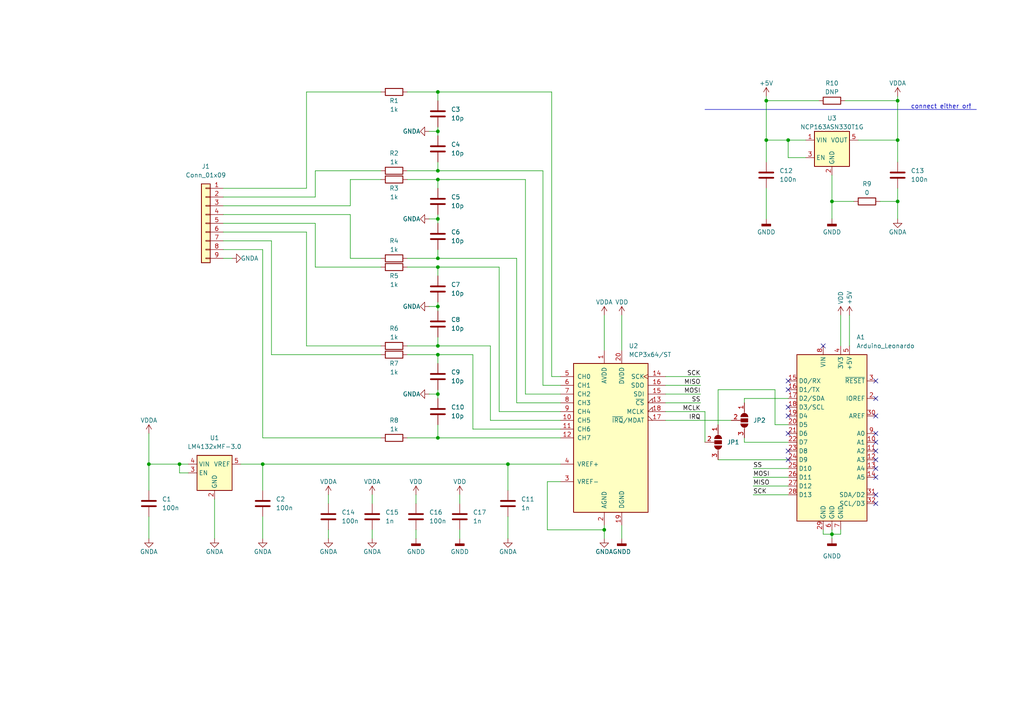
<source format=kicad_sch>
(kicad_sch (version 20230121) (generator eeschema)
  (paper "A4")
  (title_block (title "Arduino MCP3x6x Breakout ") (date "2022-12-29") (rev "0.1") (company "Stefan Herold") (comment 1 "https://github.com/nerdyscout/Arduino_MCP3x6x_Library/pcb/Arduino") (comment 2 "UNO") (comment 4 "CERN-OHL-S-2.0"))
  (lib_symbols
    (symbol "Connector_Generic:Conn_01x09" (pin_names (offset 1.016) hide)
      (property "Reference" "J" (at 0 12.7 0))
      (property "Value" "Conn_01x09" (at 0 -12.7 0))
      (symbol "Conn_01x09_1_1"
        (rectangle (start -1.27 -10.033) (end 0 -10.287) (stroke (width 0.1524)))
        (rectangle (start -1.27 -7.493) (end 0 -7.747) (stroke (width 0.1524)))
        (rectangle (start -1.27 -4.953) (end 0 -5.207) (stroke (width 0.1524)))
        (rectangle (start -1.27 -2.413) (end 0 -2.667) (stroke (width 0.1524)))
        (rectangle (start -1.27 0.127) (end 0 -0.127) (stroke (width 0.1524)))
        (rectangle (start -1.27 2.667) (end 0 2.413) (stroke (width 0.1524)))
        (rectangle (start -1.27 5.207) (end 0 4.953) (stroke (width 0.1524)))
        (rectangle (start -1.27 7.747) (end 0 7.493) (stroke (width 0.1524)))
        (rectangle (start -1.27 10.287) (end 0 10.033) (stroke (width 0.1524)))
        (rectangle (start -1.27 11.43) (end 1.27 -11.43) (stroke (width 0.254)) (fill (type background)))
        (pin passive line (at -5.08 10.16 0) (length 3.81) (name "Pin_1") (number "1"))
        (pin passive line (at -5.08 7.62 0) (length 3.81) (name "Pin_2") (number "2"))
        (pin passive line (at -5.08 5.08 0) (length 3.81) (name "Pin_3") (number "3"))
        (pin passive line (at -5.08 2.54 0) (length 3.81) (name "Pin_4") (number "4"))
        (pin passive line (at -5.08 0 0) (length 3.81) (name "Pin_5") (number "5"))
        (pin passive line (at -5.08 -2.54 0) (length 3.81) (name "Pin_6") (number "6"))
        (pin passive line (at -5.08 -5.08 0) (length 3.81) (name "Pin_7") (number "7"))
        (pin passive line (at -5.08 -7.62 0) (length 3.81) (name "Pin_8") (number "8"))
        (pin passive line (at -5.08 -10.16 0) (length 3.81) (name "Pin_9") (number "9"))
      )
    )
    (symbol "Device:C" (pin_numbers hide) (pin_names (offset 0.254))
      (property "Reference" "C" (at 0.635 2.54 0))
      (property "Value" "C" (at 0.635 -2.54 0))
      (symbol "C_0_1"
        (polyline (pts (xy -2.032 -0.762) (xy 2.032 -0.762)) (stroke (width 0.508)))
        (polyline (pts (xy -2.032 0.762) (xy 2.032 0.762)) (stroke (width 0.508)))
      )
      (symbol "C_1_1"
        (pin passive line (at 0 3.81 270) (length 2.794) (name "~") (number "1"))
        (pin passive line (at 0 -3.81 90) (length 2.794) (name "~") (number "2"))
      )
    )
    (symbol "Device:R" (pin_numbers hide) (pin_names (offset 0))
      (property "Reference" "R" (at 2.032 0 90))
      (property "Value" "R" (at 0 0 90))
      (symbol "R_0_1"
        (rectangle (start -1.016 -2.54) (end 1.016 2.54) (stroke (width 0.254)))
      )
      (symbol "R_1_1"
        (pin passive line (at 0 3.81 270) (length 1.27) (name "~") (number "1"))
        (pin passive line (at 0 -3.81 90) (length 1.27) (name "~") (number "2"))
      )
    )
    (symbol "GNDD_1" (power) (pin_names (offset 0))
      (property "Value" "GNDD_1" (at 0 -3.175 0))
      (symbol "GNDD_1_0_1"
        (rectangle (start -1.27 -1.524) (end 1.27 -2.032) (stroke (width 0.254)) (fill (type outline)))
        (polyline (pts (xy 0 0) (xy 0 -1.524)))
      )
      (symbol "GNDD_1_1_1"
        (pin power_in line (at 0 0 270) (length 0) hide (name "GNDD") (number "1"))
      )
    )
    (symbol "Jumper:SolderJumper_3_Open" (pin_names (offset 0) hide)
      (property "Reference" "JP" (at -2.54 -2.54 0))
      (property "Value" "SolderJumper_3_Open" (at 0 2.794 0))
      (symbol "SolderJumper_3_Open_0_1"
        (arc (start -1.016 1.016) (mid -2.0276 0) (end -1.016 -1.016))
        (arc (start -1.016 1.016) (mid -2.0276 0) (end -1.016 -1.016) (fill (type outline)))
        (rectangle (start -0.508 1.016) (end 0.508 -1.016) (fill (type outline)))
        (polyline (pts (xy -2.54 0) (xy -2.032 0)))
        (polyline (pts (xy -1.016 1.016) (xy -1.016 -1.016)))
        (polyline (pts (xy 0 -1.27) (xy 0 -1.016)))
        (polyline (pts (xy 1.016 1.016) (xy 1.016 -1.016)))
        (polyline (pts (xy 2.54 0) (xy 2.032 0)))
        (arc (start 1.016 -1.016) (mid 2.0276 0) (end 1.016 1.016))
        (arc (start 1.016 -1.016) (mid 2.0276 0) (end 1.016 1.016) (fill (type outline)))
      )
      (symbol "SolderJumper_3_Open_1_1"
        (pin passive line (at -5.08 0 0) (length 2.54) (name "A") (number "1"))
        (pin passive line (at 0 -3.81 90) (length 2.54) (name "C") (number "2"))
        (pin passive line (at 5.08 0 180) (length 2.54) (name "B") (number "3"))
      )
    )
    (symbol "MCP3x6x:MCP3x64{slash}ST" (pin_names (offset 1.016))
      (property "Reference" "U" (at -11.43 22.86 0))
      (property "Value" "MCP3x64{slash}ST" (at 2.54 22.86 0))
      (symbol "MCP3x64{slash}ST_0_1"
        (rectangle (start -11.43 21.59) (end 10.16 -21.59) (stroke (width 0.254)) (fill (type background)))
      )
      (symbol "MCP3x64{slash}ST_1_1"
        (pin power_in line (at -2.54 25.4 270) (length 3.81) (name "AVDD") (number "1"))
        (pin input line (at -15.24 5.08 0) (length 3.81) (name "CH5") (number "10"))
        (pin input line (at -15.24 2.54 0) (length 3.81) (name "CH6") (number "11"))
        (pin input line (at -15.24 0 0) (length 3.81) (name "CH7") (number "12"))
        (pin input input_low (at 15.24 10.16 180) (length 5.08) (name "~{CS}") (number "13"))
        (pin input clock (at 15.24 17.78 180) (length 5.08) (name "SCK") (number "14"))
        (pin input line (at 15.24 12.7 180) (length 5.08) (name "SDI") (number "15"))
        (pin output line (at 15.24 15.24 180) (length 5.08) (name "SDO") (number "16"))
        (pin open_collector output_low (at 15.24 5.08 180) (length 5.08) (name "~{IRQ}/MDAT") (number "17"))
        (pin input input_low (at 15.24 7.62 180) (length 5.08) (name "MCLK") (number "18"))
        (pin power_in line (at 2.54 -25.4 90) (length 3.81) (name "DGND") (number "19"))
        (pin power_in line (at -2.54 -25.4 90) (length 3.81) (name "AGND") (number "2"))
        (pin power_in line (at 2.54 25.4 270) (length 3.81) (name "DVDD") (number "20"))
        (pin input line (at -15.24 -12.7 0) (length 3.81) (name "VREF-") (number "3"))
        (pin input line (at -15.24 -7.62 0) (length 3.81) (name "VREF+") (number "4"))
        (pin input line (at -15.24 17.78 0) (length 3.81) (name "CH0") (number "5"))
        (pin input line (at -15.24 15.24 0) (length 3.81) (name "CH1") (number "6"))
        (pin input line (at -15.24 12.7 0) (length 3.81) (name "CH2") (number "7"))
        (pin input line (at -15.24 10.16 0) (length 3.81) (name "CH3") (number "8"))
        (pin input line (at -15.24 7.62 0) (length 3.81) (name "CH4") (number "9"))
      )
    )
    (symbol "MCU_Module:Arduino_Leonardo"
      (property "Reference" "A" (at -10.16 23.495 0))
      (property "Value" "Arduino_Leonardo" (at 5.08 -26.67 0))
      (symbol "Arduino_Leonardo_0_1"
        (rectangle (start -10.16 22.86) (end 10.16 -25.4) (stroke (width 0.254)) (fill (type background)))
      )
      (symbol "Arduino_Leonardo_1_1"
        (pin no_connect line (at -10.16 -20.32 0) (length 2.54) hide (name "NC") (number "1"))
        (pin bidirectional line (at 12.7 -2.54 180) (length 2.54) (name "A1") (number "10"))
        (pin bidirectional line (at 12.7 -5.08 180) (length 2.54) (name "A2") (number "11"))
        (pin bidirectional line (at 12.7 -7.62 180) (length 2.54) (name "A3") (number "12"))
        (pin bidirectional line (at 12.7 -10.16 180) (length 2.54) (name "A4") (number "13"))
        (pin bidirectional line (at 12.7 -12.7 180) (length 2.54) (name "A5") (number "14"))
        (pin bidirectional line (at -12.7 15.24 0) (length 2.54) (name "D0/RX") (number "15"))
        (pin bidirectional line (at -12.7 12.7 0) (length 2.54) (name "D1/TX") (number "16"))
        (pin bidirectional line (at -12.7 10.16 0) (length 2.54) (name "D2/SDA") (number "17"))
        (pin bidirectional line (at -12.7 7.62 0) (length 2.54) (name "D3/SCL") (number "18"))
        (pin bidirectional line (at -12.7 5.08 0) (length 2.54) (name "D4") (number "19"))
        (pin output line (at 12.7 10.16 180) (length 2.54) (name "IOREF") (number "2"))
        (pin bidirectional line (at -12.7 2.54 0) (length 2.54) (name "D5") (number "20"))
        (pin bidirectional line (at -12.7 0 0) (length 2.54) (name "D6") (number "21"))
        (pin bidirectional line (at -12.7 -2.54 0) (length 2.54) (name "D7") (number "22"))
        (pin bidirectional line (at -12.7 -5.08 0) (length 2.54) (name "D8") (number "23"))
        (pin bidirectional line (at -12.7 -7.62 0) (length 2.54) (name "D9") (number "24"))
        (pin bidirectional line (at -12.7 -10.16 0) (length 2.54) (name "D10") (number "25"))
        (pin bidirectional line (at -12.7 -12.7 0) (length 2.54) (name "D11") (number "26"))
        (pin bidirectional line (at -12.7 -15.24 0) (length 2.54) (name "D12") (number "27"))
        (pin bidirectional line (at -12.7 -17.78 0) (length 2.54) (name "D13") (number "28"))
        (pin power_in line (at -2.54 -27.94 90) (length 2.54) (name "GND") (number "29"))
        (pin input line (at 12.7 15.24 180) (length 2.54) (name "~{RESET}") (number "3"))
        (pin input line (at 12.7 5.08 180) (length 2.54) (name "AREF") (number "30"))
        (pin bidirectional line (at 12.7 -17.78 180) (length 2.54) (name "SDA/D2") (number "31"))
        (pin bidirectional line (at 12.7 -20.32 180) (length 2.54) (name "SCL/D3") (number "32"))
        (pin power_out line (at 2.54 25.4 270) (length 2.54) (name "3V3") (number "4"))
        (pin power_out line (at 5.08 25.4 270) (length 2.54) (name "+5V") (number "5"))
        (pin power_in line (at 0 -27.94 90) (length 2.54) (name "GND") (number "6"))
        (pin power_in line (at 2.54 -27.94 90) (length 2.54) (name "GND") (number "7"))
        (pin power_in line (at -2.54 25.4 270) (length 2.54) (name "VIN") (number "8"))
        (pin bidirectional line (at 12.7 0 180) (length 2.54) (name "A0") (number "9"))
      )
    )
    (symbol "Reference_Voltage:LM4132xMF-3.3"
      (property "Reference" "U" (at -4.318 6.096 0))
      (property "Value" "LM4132xMF-3.3" (at 7.874 6.096 0))
      (symbol "LM4132xMF-3.3_0_1"
        (rectangle (start -5.08 5.08) (end 5.08 -5.08) (stroke (width 0.254)) (fill (type background)))
      )
      (symbol "LM4132xMF-3.3_1_1"
        (pin no_connect line (at 5.08 0 180) (length 2.54) hide (name "NC") (number "1"))
        (pin power_in line (at 0 -7.62 90) (length 2.54) (name "GND") (number "2"))
        (pin input line (at -7.62 0 0) (length 2.54) (name "EN") (number "3"))
        (pin power_in line (at -7.62 2.54 0) (length 2.54) (name "VIN") (number "4"))
        (pin power_out line (at 7.62 2.54 180) (length 2.54) (name "VREF") (number "5"))
      )
    )
    (symbol "Regulator_Linear:NCP163ASN330T1G"
      (property "Reference" "U" (at 0 8.89 0))
      (property "Value" "NCP163ASN330T1G" (at 0 6.35 0))
      (symbol "NCP163ASN330T1G_0_1"
        (rectangle (start -5.08 5.08) (end 5.08 -5.08) (stroke (width 0.254)) (fill (type background)))
      )
      (symbol "NCP163ASN330T1G_1_1"
        (pin power_in line (at -7.62 2.54 0) (length 2.54) (name "VIN") (number "1"))
        (pin power_in line (at 0 -7.62 90) (length 2.54) (name "GND") (number "2"))
        (pin input line (at -7.62 -2.54 0) (length 2.54) (name "EN") (number "3"))
        (pin no_connect line (at 5.08 -2.54 180) (length 2.54) hide (name "NC") (number "4"))
        (pin power_out line (at 7.62 2.54 180) (length 2.54) (name "VOUT") (number "5"))
      )
    )
    (symbol "power:+5V" (power) (pin_names (offset 0))
      (property "Value" "+5V" (at 0 3.556 0))
      (symbol "+5V_0_1"
        (polyline (pts (xy -0.762 1.27) (xy 0 2.54)))
        (polyline (pts (xy 0 0) (xy 0 2.54)))
        (polyline (pts (xy 0 2.54) (xy 0.762 1.27)))
      )
      (symbol "+5V_1_1"
        (pin power_in line (at 0 0 90) (length 0) hide (name "+5V") (number "1"))
      )
    )
    (symbol "power:GNDA" (power) (pin_names (offset 0))
      (property "Value" "GNDA" (at 0 -3.81 0))
      (symbol "GNDA_0_1"
        (polyline (pts (xy 0 0) (xy 0 -1.27) (xy 1.27 -1.27) (xy 0 -2.54) (xy -1.27 -1.27) (xy 0 -1.27)))
      )
      (symbol "GNDA_1_1"
        (pin power_in line (at 0 0 270) (length 0) hide (name "GNDA") (number "1"))
      )
    )
    (symbol "power:GNDD" (power) (pin_names (offset 0))
      (property "Value" "GNDD" (at 0 -3.175 0))
      (symbol "GNDD_0_1"
        (rectangle (start -1.27 -1.524) (end 1.27 -2.032) (stroke (width 0.254)) (fill (type outline)))
        (polyline (pts (xy 0 0) (xy 0 -1.524)))
      )
      (symbol "GNDD_1_1"
        (pin power_in line (at 0 0 270) (length 0) hide (name "GNDD") (number "1"))
      )
    )
    (symbol "power:VDD" (power) (pin_names (offset 0))
      (property "Value" "VDD" (at 0 3.81 0))
      (symbol "VDD_0_1"
        (polyline (pts (xy -0.762 1.27) (xy 0 2.54)))
        (polyline (pts (xy 0 0) (xy 0 2.54)))
        (polyline (pts (xy 0 2.54) (xy 0.762 1.27)))
      )
      (symbol "VDD_1_1"
        (pin power_in line (at 0 0 90) (length 0) hide (name "VDD") (number "1"))
      )
    )
    (symbol "power:VDDA" (power) (pin_names (offset 0))
      (property "Value" "VDDA" (at 0 3.81 0))
      (symbol "VDDA_0_1"
        (polyline (pts (xy -0.762 1.27) (xy 0 2.54)))
        (polyline (pts (xy 0 0) (xy 0 2.54)))
        (polyline (pts (xy 0 2.54) (xy 0.762 1.27)))
      )
      (symbol "VDDA_1_1"
        (pin power_in line (at 0 0 90) (length 0) hide (name "VDDA") (number "1"))
      )
    )
  )
  (junction (at 241.3 154.94))
  (junction (at 127 100.33))
  (junction (at 260.35 29.21))
  (junction (at 127 74.93))
  (junction (at 43.18 134.62))
  (junction (at 127 114.3))
  (junction (at 127 102.87))
  (junction (at 260.35 40.64))
  (junction (at 241.3 58.42))
  (junction (at 127 38.1))
  (junction (at 76.2 134.62))
  (junction (at 222.25 40.64))
  (junction (at 127 88.9))
  (junction (at 222.25 29.21))
  (junction (at 228.6 40.64))
  (junction (at 127 127))
  (junction (at 127 77.47))
  (junction (at 260.35 58.42))
  (junction (at 52.07 134.62))
  (junction (at 127 49.53))
  (junction (at 127 26.67))
  (junction (at 147.32 134.62))
  (junction (at 127 52.07))
  (junction (at 175.26 153.67))
  (junction (at 127 63.5))
  (no_connect (at 254 120.65))
  (no_connect (at 254 115.57))
  (no_connect (at 254 110.49))
  (no_connect (at 254 146.05))
  (no_connect (at 254 138.43))
  (no_connect (at 254 130.81))
  (no_connect (at 254 143.51))
  (no_connect (at 254 128.27))
  (no_connect (at 254 125.73))
  (no_connect (at 254 133.35))
  (no_connect (at 254 135.89))
  (no_connect (at 238.76 100.33))
  (no_connect (at 228.6 133.35))
  (no_connect (at 228.6 130.81))
  (no_connect (at 228.6 125.73))
  (no_connect (at 228.6 120.65))
  (no_connect (at 228.6 118.11))
  (no_connect (at 228.6 113.03))
  (no_connect (at 228.6 110.49))
  (wire (pts (xy 218.44 140.97) (xy 228.6 140.97)))
  (wire (pts (xy 120.65 156.21) (xy 120.65 153.67)))
  (wire (pts (xy 152.4 52.07) (xy 127 52.07)))
  (wire (pts (xy 142.24 100.33) (xy 142.24 121.92)))
  (wire (pts (xy 203.2 114.3) (xy 193.04 114.3)))
  (wire (pts (xy 118.11 74.93) (xy 127 74.93)))
  (wire (pts (xy 245.11 29.21) (xy 260.35 29.21)))
  (wire (pts (xy 218.44 135.89) (xy 228.6 135.89)))
  (wire (pts (xy 133.35 143.51) (xy 133.35 146.05)))
  (wire (pts (xy 118.11 52.07) (xy 127 52.07)))
  (wire (pts (xy 43.18 142.24) (xy 43.18 134.62)))
  (wire (pts (xy 180.34 91.44) (xy 180.34 101.6)))
  (wire (pts (xy 222.25 29.21) (xy 222.25 27.94)))
  (wire (pts (xy 208.28 123.19) (xy 208.28 113.03)))
  (wire (pts (xy 228.6 40.64) (xy 222.25 40.64)))
  (wire (pts (xy 203.2 116.84) (xy 193.04 116.84)))
  (wire (pts (xy 208.28 113.03) (xy 224.79 113.03)))
  (wire (pts (xy 260.35 29.21) (xy 260.35 27.94)))
  (wire (pts (xy 54.61 137.16) (xy 52.07 137.16)))
  (wire (pts (xy 62.23 144.78) (xy 62.23 156.21)))
  (wire (pts (xy 101.6 59.69) (xy 101.6 52.07)))
  (wire (pts (xy 218.44 143.51) (xy 228.6 143.51)))
  (wire (pts (xy 203.2 111.76) (xy 193.04 111.76)))
  (wire (pts (xy 142.24 100.33) (xy 127 100.33)))
  (wire (pts (xy 127 113.03) (xy 127 114.3)))
  (wire (pts (xy 95.25 156.21) (xy 95.25 153.67)))
  (polyline (pts (xy 204.47 31.75) (xy 283.21 31.75)))
  (wire (pts (xy 127 62.23) (xy 127 63.5)))
  (wire (pts (xy 101.6 62.23) (xy 64.77 62.23)))
  (wire (pts (xy 233.68 40.64) (xy 228.6 40.64)))
  (wire (pts (xy 260.35 40.64) (xy 260.35 29.21)))
  (wire (pts (xy 149.86 74.93) (xy 149.86 116.84)))
  (wire (pts (xy 222.25 54.61) (xy 222.25 63.5)))
  (wire (pts (xy 127 36.83) (xy 127 38.1)))
  (wire (pts (xy 69.85 134.62) (xy 76.2 134.62)))
  (wire (pts (xy 110.49 74.93) (xy 101.6 74.93)))
  (wire (pts (xy 52.07 137.16) (xy 52.07 134.62)))
  (wire (pts (xy 76.2 134.62) (xy 147.32 134.62)))
  (wire (pts (xy 52.07 134.62) (xy 54.61 134.62)))
  (wire (pts (xy 91.44 77.47) (xy 91.44 64.77)))
  (wire (pts (xy 147.32 134.62) (xy 147.32 142.24)))
  (wire (pts (xy 124.46 114.3) (xy 127 114.3)))
  (wire (pts (xy 228.6 45.72) (xy 228.6 40.64)))
  (wire (pts (xy 241.3 58.42) (xy 247.65 58.42)))
  (wire (pts (xy 215.9 115.57) (xy 215.9 116.84)))
  (wire (pts (xy 101.6 52.07) (xy 110.49 52.07)))
  (wire (pts (xy 118.11 49.53) (xy 127 49.53)))
  (wire (pts (xy 137.16 102.87) (xy 127 102.87)))
  (wire (pts (xy 101.6 74.93) (xy 101.6 62.23)))
  (wire (pts (xy 110.49 49.53) (xy 91.44 49.53)))
  (wire (pts (xy 180.34 152.4) (xy 180.34 156.21)))
  (wire (pts (xy 147.32 149.86) (xy 147.32 156.21)))
  (wire (pts (xy 246.38 91.44) (xy 246.38 100.33)))
  (wire (pts (xy 233.68 45.72) (xy 228.6 45.72)))
  (wire (pts (xy 110.49 77.47) (xy 91.44 77.47)))
  (wire (pts (xy 260.35 54.61) (xy 260.35 58.42)))
  (wire (pts (xy 127 46.99) (xy 127 49.53)))
  (wire (pts (xy 241.3 154.94) (xy 243.84 154.94)))
  (wire (pts (xy 162.56 121.92) (xy 142.24 121.92)))
  (wire (pts (xy 204.47 128.27) (xy 204.47 119.38)))
  (wire (pts (xy 64.77 54.61) (xy 88.9 54.61)))
  (wire (pts (xy 149.86 74.93) (xy 127 74.93)))
  (wire (pts (xy 110.49 102.87) (xy 78.74 102.87)))
  (wire (pts (xy 118.11 100.33) (xy 127 100.33)))
  (wire (pts (xy 162.56 119.38) (xy 144.78 119.38)))
  (wire (pts (xy 222.25 40.64) (xy 222.25 29.21)))
  (wire (pts (xy 260.35 40.64) (xy 260.35 46.99)))
  (wire (pts (xy 241.3 50.8) (xy 241.3 58.42)))
  (wire (pts (xy 127 123.19) (xy 127 127)))
  (wire (pts (xy 64.77 74.93) (xy 67.31 74.93)))
  (wire (pts (xy 238.76 153.67) (xy 238.76 154.94)))
  (wire (pts (xy 124.46 63.5) (xy 127 63.5)))
  (wire (pts (xy 260.35 58.42) (xy 260.35 63.5)))
  (wire (pts (xy 118.11 102.87) (xy 127 102.87)))
  (wire (pts (xy 175.26 153.67) (xy 175.26 156.21)))
  (wire (pts (xy 127 100.33) (xy 127 97.79)))
  (wire (pts (xy 147.32 134.62) (xy 162.56 134.62)))
  (wire (pts (xy 127 26.67) (xy 127 29.21)))
  (wire (pts (xy 208.28 133.35) (xy 228.6 133.35)))
  (wire (pts (xy 162.56 124.46) (xy 137.16 124.46)))
  (wire (pts (xy 144.78 77.47) (xy 144.78 119.38)))
  (wire (pts (xy 43.18 149.86) (xy 43.18 156.21)))
  (wire (pts (xy 162.56 111.76) (xy 157.48 111.76)))
  (wire (pts (xy 224.79 123.19) (xy 228.6 123.19)))
  (wire (pts (xy 162.56 139.7) (xy 158.75 139.7)))
  (wire (pts (xy 91.44 64.77) (xy 64.77 64.77)))
  (wire (pts (xy 110.49 127) (xy 76.2 127)))
  (wire (pts (xy 133.35 156.21) (xy 133.35 153.67)))
  (wire (pts (xy 243.84 91.44) (xy 243.84 100.33)))
  (wire (pts (xy 218.44 138.43) (xy 228.6 138.43)))
  (wire (pts (xy 118.11 127) (xy 127 127)))
  (wire (pts (xy 127 88.9) (xy 127 90.17)))
  (wire (pts (xy 193.04 121.92) (xy 212.09 121.92)))
  (wire (pts (xy 241.3 153.67) (xy 241.3 154.94)))
  (wire (pts (xy 110.49 100.33) (xy 88.9 100.33)))
  (wire (pts (xy 124.46 38.1) (xy 127 38.1)))
  (wire (pts (xy 120.65 143.51) (xy 120.65 146.05)))
  (wire (pts (xy 127 74.93) (xy 127 72.39)))
  (wire (pts (xy 43.18 134.62) (xy 52.07 134.62)))
  (wire (pts (xy 124.46 88.9) (xy 127 88.9)))
  (wire (pts (xy 127 87.63) (xy 127 88.9)))
  (wire (pts (xy 127 102.87) (xy 127 105.41)))
  (wire (pts (xy 107.95 156.21) (xy 107.95 153.67)))
  (wire (pts (xy 127 77.47) (xy 127 80.01)))
  (wire (pts (xy 118.11 26.67) (xy 127 26.67)))
  (wire (pts (xy 91.44 49.53) (xy 91.44 57.15)))
  (wire (pts (xy 175.26 91.44) (xy 175.26 101.6)))
  (wire (pts (xy 243.84 153.67) (xy 243.84 154.94)))
  (wire (pts (xy 224.79 113.03) (xy 224.79 123.19)))
  (wire (pts (xy 76.2 72.39) (xy 64.77 72.39)))
  (wire (pts (xy 88.9 26.67) (xy 110.49 26.67)))
  (wire (pts (xy 78.74 102.87) (xy 78.74 69.85)))
  (wire (pts (xy 127 114.3) (xy 127 115.57)))
  (wire (pts (xy 88.9 54.61) (xy 88.9 26.67)))
  (wire (pts (xy 162.56 109.22) (xy 160.02 109.22)))
  (wire (pts (xy 241.3 58.42) (xy 241.3 63.5)))
  (wire (pts (xy 158.75 139.7) (xy 158.75 153.67)))
  (wire (pts (xy 241.3 154.94) (xy 241.3 156.21)))
  (wire (pts (xy 95.25 143.51) (xy 95.25 146.05)))
  (wire (pts (xy 255.27 58.42) (xy 260.35 58.42)))
  (wire (pts (xy 107.95 143.51) (xy 107.95 146.05)))
  (wire (pts (xy 137.16 102.87) (xy 137.16 124.46)))
  (wire (pts (xy 157.48 49.53) (xy 127 49.53)))
  (wire (pts (xy 127 38.1) (xy 127 39.37)))
  (wire (pts (xy 162.56 116.84) (xy 149.86 116.84)))
  (wire (pts (xy 144.78 77.47) (xy 127 77.47)))
  (wire (pts (xy 162.56 114.3) (xy 152.4 114.3)))
  (wire (pts (xy 238.76 154.94) (xy 241.3 154.94)))
  (wire (pts (xy 248.92 40.64) (xy 260.35 40.64)))
  (wire (pts (xy 91.44 57.15) (xy 64.77 57.15)))
  (wire (pts (xy 157.48 49.53) (xy 157.48 111.76)))
  (wire (pts (xy 162.56 127) (xy 127 127)))
  (wire (pts (xy 76.2 134.62) (xy 76.2 142.24)))
  (wire (pts (xy 127 52.07) (xy 127 54.61)))
  (wire (pts (xy 203.2 109.22) (xy 193.04 109.22)))
  (wire (pts (xy 222.25 29.21) (xy 237.49 29.21)))
  (wire (pts (xy 222.25 40.64) (xy 222.25 46.99)))
  (wire (pts (xy 76.2 127) (xy 76.2 72.39)))
  (wire (pts (xy 228.6 115.57) (xy 215.9 115.57)))
  (wire (pts (xy 127 63.5) (xy 127 64.77)))
  (wire (pts (xy 88.9 100.33) (xy 88.9 67.31)))
  (wire (pts (xy 76.2 149.86) (xy 76.2 156.21)))
  (wire (pts (xy 88.9 67.31) (xy 64.77 67.31)))
  (wire (pts (xy 175.26 152.4) (xy 175.26 153.67)))
  (wire (pts (xy 152.4 52.07) (xy 152.4 114.3)))
  (wire (pts (xy 158.75 153.67) (xy 175.26 153.67)))
  (wire (pts (xy 160.02 26.67) (xy 127 26.67)))
  (wire (pts (xy 160.02 26.67) (xy 160.02 109.22)))
  (wire (pts (xy 78.74 69.85) (xy 64.77 69.85)))
  (wire (pts (xy 118.11 77.47) (xy 127 77.47)))
  (wire (pts (xy 228.6 128.27) (xy 215.9 128.27)))
  (wire (pts (xy 215.9 128.27) (xy 215.9 127)))
  (wire (pts (xy 64.77 59.69) (xy 101.6 59.69)))
  (wire (pts (xy 193.04 119.38) (xy 204.47 119.38)))
  (wire (pts (xy 43.18 125.73) (xy 43.18 134.62)))
  (text "connect either or!" (at 264.16 31.75 0) (effects (font (size 1.27 1.27)) (justify left bottom)))
  (label "MCLK" (at 203.2 119.38 180))
  (label "SS" (at 203.2 116.84 180))
  (label "SS" (at 218.44 135.89 0))
  (label "MOSI" (at 218.44 138.43 0))
  (label "MOSI" (at 203.2 114.3 180))
  (label "MISO" (at 218.44 140.97 0))
  (label "IRQ" (at 203.2 121.92 180))
  (label "MISO" (at 203.2 111.76 180))
  (label "SCK" (at 203.2 109.22 180))
  (label "SCK" (at 218.44 143.51 0))
  (symbol (lib_id "Device:R") (at 114.3 127 90) (unit 1)
    (property "Reference" "R8" (at 114.3 121.92 90))
    (property "Value" "1k" (at 114.3 124.46 90))
    (property "Footprint" "Resistor_SMD:R_0402_1005Metric" (effects hide))
  )
  (symbol (lib_id "Device:C") (at 127 58.42 0) (unit 1)
    (property "Reference" "C5" (at 130.81 57.1499 0) (effects (justify left)))
    (property "Value" "10p" (at 130.81 59.6899 0) (effects (justify left)))
    (property "Footprint" "Capacitor_SMD:C_0402_1005Metric" (effects hide))
  )
  (symbol (lib_id "MCP3x6x:MCP3x64{slash}ST") (at 177.8 127 0) (unit 1)
    (property "Reference" "U2" (at 182.3594 100.33 0) (effects (justify left)))
    (property "Value" "MCP3x64/ST" (at 182.3594 102.87 0) (effects (justify left)))
    (property "Footprint" "Package_SO:TSSOP-20_4.4x6.5mm_P0.65mm" (effects hide))
  )
  (symbol (lib_id "power:VDD") (at 133.35 143.51 0) (unit 1)
    (property "Reference" "#PWR0125" (effects hide))
    (property "Value" "VDD" (at 133.35 139.7 0))
  )
  (symbol (lib_id "Device:R") (at 114.3 49.53 90) (unit 1)
    (property "Reference" "R2" (at 114.3 44.45 90))
    (property "Value" "1k" (at 114.3 46.99 90))
    (property "Footprint" "Resistor_SMD:R_0402_1005Metric" (effects hide))
  )
  (symbol (lib_id "Device:C") (at 127 93.98 0) (unit 1)
    (property "Reference" "C8" (at 130.81 92.7099 0) (effects (justify left)))
    (property "Value" "10p" (at 130.81 95.2499 0) (effects (justify left)))
    (property "Footprint" "Capacitor_SMD:C_0402_1005Metric" (effects hide))
  )
  (symbol (lib_id "Device:R") (at 114.3 102.87 90) (unit 1)
    (property "Reference" "R7" (at 114.3 105.41 90))
    (property "Value" "1k" (at 114.3 107.95 90))
    (property "Footprint" "Resistor_SMD:R_0402_1005Metric" (effects hide))
  )
  (symbol (lib_id "Device:R") (at 114.3 100.33 90) (unit 1)
    (property "Reference" "R6" (at 114.3 95.25 90))
    (property "Value" "1k" (at 114.3 97.79 90))
    (property "Footprint" "Resistor_SMD:R_0402_1005Metric" (effects hide))
  )
  (symbol (lib_id "Device:R") (at 241.3 29.21 90) (unit 1)
    (property "Reference" "R10" (at 241.3 24.13 90))
    (property "Value" "DNP" (at 241.3 26.67 90))
    (property "Footprint" "Resistor_SMD:R_0603_1608Metric" (effects hide))
  )
  (symbol (lib_id "Device:R") (at 114.3 77.47 90) (unit 1)
    (property "Reference" "R5" (at 114.3 80.01 90))
    (property "Value" "1k" (at 114.3 82.55 90))
    (property "Footprint" "Resistor_SMD:R_0402_1005Metric" (effects hide))
  )
  (symbol (lib_id "Device:C") (at 127 119.38 0) (unit 1)
    (property "Reference" "C10" (at 130.81 118.1099 0) (effects (justify left)))
    (property "Value" "10p" (at 130.81 120.6499 0) (effects (justify left)))
    (property "Footprint" "Capacitor_SMD:C_0402_1005Metric" (effects hide))
  )
  (symbol (lib_id "power:GNDA") (at 124.46 88.9 270) (unit 1)
    (property "Reference" "#PWR0113" (effects hide))
    (property "Value" "GNDA" (at 119.38 88.9 90))
  )
  (symbol (lib_id "power:VDD") (at 180.34 91.44 0) (unit 1)
    (property "Reference" "#PWR0106" (effects hide))
    (property "Value" "VDD" (at 180.34 87.63 0))
  )
  (symbol (lib_id "power:GNDD") (at 222.25 63.5 0) (unit 1)
    (property "Reference" "#PWR0120" (effects hide))
    (property "Value" "GNDD" (at 222.25 67.31 0))
  )
  (symbol (lib_id "power:VDDA") (at 43.18 125.73 0) (unit 1)
    (property "Reference" "#PWR0110" (effects hide))
    (property "Value" "VDDA" (at 43.18 121.92 0))
  )
  (symbol (lib_id "power:GNDA") (at 107.95 156.21 0) (unit 1)
    (property "Reference" "#PWR0127" (effects hide))
    (property "Value" "GNDA" (at 107.95 160.02 0))
  )
  (symbol (lib_id "power:GNDD") (at 241.3 156.21 0) (unit 1)
    (property "Reference" "#PWR0101" (effects hide))
    (property "Value" "GNDD" (at 241.3 161.29 0))
  )
  (symbol (lib_id "power:GNDA") (at 62.23 156.21 0) (unit 1)
    (property "Reference" "#PWR0112" (effects hide))
    (property "Value" "GNDA" (at 62.23 160.02 0))
  )
  (symbol (lib_id "Device:C") (at 127 43.18 0) (unit 1)
    (property "Reference" "C4" (at 130.81 41.9099 0) (effects (justify left)))
    (property "Value" "10p" (at 130.81 44.4499 0) (effects (justify left)))
    (property "Footprint" "Capacitor_SMD:C_0402_1005Metric" (effects hide))
  )
  (symbol (lib_id "MCU_Module:Arduino_Leonardo") (at 241.3 125.73 0) (unit 1)
    (property "Reference" "A1" (at 248.3994 97.79 0) (effects (justify left)))
    (property "Value" "Arduino_Leonardo" (at 248.3994 100.33 0) (effects (justify left)))
    (property "Footprint" "Module:Arduino_UNO_R3" (effects hide))
    (property "Datasheet" "https://www.arduino.cc/en/Main/ArduinoBoardLeonardo" (effects hide))
  )
  (symbol (lib_id "Device:C") (at 147.32 146.05 0) (unit 1)
    (property "Reference" "C11" (at 151.13 144.7799 0) (effects (justify left)))
    (property "Value" "1n" (at 151.13 147.3199 0) (effects (justify left)))
    (property "Footprint" "Capacitor_SMD:C_0603_1608Metric" (effects hide))
  )
  (symbol (lib_id "Device:C") (at 76.2 146.05 0) (unit 1)
    (property "Reference" "C2" (at 80.01 144.7799 0) (effects (justify left)))
    (property "Value" "100n" (at 80.01 147.3199 0) (effects (justify left)))
    (property "Footprint" "Capacitor_SMD:C_0603_1608Metric" (effects hide))
  )
  (symbol (lib_id "power:GNDA") (at 124.46 63.5 270) (unit 1)
    (property "Reference" "#PWR0116" (effects hide))
    (property "Value" "GNDA" (at 119.38 63.5 90))
  )
  (symbol (lib_id "Reference_Voltage:LM4132xMF-3.3") (at 62.23 137.16 0) (unit 1)
    (property "Reference" "U1" (at 62.23 127 0))
    (property "Value" "LM4132xMF-3.0" (at 62.23 129.54 0))
    (property "Footprint" "Package_TO_SOT_SMD:SOT-23-5" (effects hide))
    (property "Datasheet" "http://www.ti.com/lit/ds/symlink/lm4132.pdf" (effects hide))
  )
  (symbol (lib_id "Device:C") (at 127 109.22 0) (unit 1)
    (property "Reference" "C9" (at 130.81 107.9499 0) (effects (justify left)))
    (property "Value" "10p" (at 130.81 110.4899 0) (effects (justify left)))
    (property "Footprint" "Capacitor_SMD:C_0402_1005Metric" (effects hide))
  )
  (symbol (lib_id "power:GNDA") (at 175.26 156.21 0) (unit 1)
    (property "Reference" "#PWR0105" (effects hide))
    (property "Value" "GNDA" (at 175.26 160.02 0))
  )
  (symbol (lib_name "GNDD_1") (lib_id "power:GNDD") (at 120.65 156.21 0) (unit 1)
    (property "Reference" "#PWR0129" (effects hide))
    (property "Value" "GNDD" (at 120.65 160.02 0))
  )
  (symbol (lib_id "power:VDDA") (at 175.26 91.44 0) (unit 1)
    (property "Reference" "#PWR0107" (effects hide))
    (property "Value" "VDDA" (at 175.26 87.63 0))
  )
  (symbol (lib_id "power:VDD") (at 243.84 91.44 0) (unit 1)
    (property "Reference" "#PWR0102" (effects hide))
    (property "Value" "VDD" (at 243.84 86.36 90))
  )
  (symbol (lib_id "Device:C") (at 95.25 149.86 0) (unit 1)
    (property "Reference" "C14" (at 99.06 148.5899 0) (effects (justify left)))
    (property "Value" "100n" (at 99.06 151.1299 0) (effects (justify left)))
    (property "Footprint" "Capacitor_SMD:C_0603_1608Metric" (effects hide))
  )
  (symbol (lib_id "Jumper:SolderJumper_3_Open") (at 208.28 128.27 270) (unit 1)
    (property "Reference" "JP1" (at 210.82 128.2699 90) (effects (justify left)))
    (property "Value" "SolderJumper_3_Open" (effects hide))
    (property "Footprint" "Jumper:SolderJumper-3_P1.3mm_Open_RoundedPad1.0x1.5mm" (effects hide))
  )
  (symbol (lib_id "Device:C") (at 43.18 146.05 0) (unit 1)
    (property "Reference" "C1" (at 46.99 144.7799 0) (effects (justify left)))
    (property "Value" "100n" (at 46.99 147.3199 0) (effects (justify left)))
    (property "Footprint" "Capacitor_SMD:C_0603_1608Metric" (effects hide))
  )
  (symbol (lib_id "power:+5V") (at 246.38 91.44 0) (unit 1)
    (property "Reference" "#PWR0103" (effects hide))
    (property "Value" "+5V" (at 246.38 86.36 90))
  )
  (symbol (lib_id "Device:R") (at 114.3 74.93 90) (unit 1)
    (property "Reference" "R4" (at 114.3 69.85 90))
    (property "Value" "1k" (at 114.3 72.39 90))
    (property "Footprint" "Resistor_SMD:R_0402_1005Metric" (effects hide))
  )
  (symbol (lib_id "power:VDD") (at 120.65 143.51 0) (unit 1)
    (property "Reference" "#PWR0124" (effects hide))
    (property "Value" "VDD" (at 120.65 139.7 0))
  )
  (symbol (lib_id "Device:C") (at 127 68.58 0) (unit 1)
    (property "Reference" "C6" (at 130.81 67.3099 0) (effects (justify left)))
    (property "Value" "10p" (at 130.81 69.8499 0) (effects (justify left)))
    (property "Footprint" "Capacitor_SMD:C_0402_1005Metric" (effects hide))
  )
  (symbol (lib_id "Regulator_Linear:NCP163ASN330T1G") (at 241.3 43.18 0) (unit 1)
    (property "Reference" "U3" (at 241.3 34.29 0))
    (property "Value" "NCP163ASN330T1G" (at 241.3 36.83 0))
    (property "Footprint" "Package_TO_SOT_SMD:SOT-23-5" (effects hide))
    (property "Datasheet" "https://www.onsemi.com/pdf/datasheet/ncp163-d.pdf" (effects hide))
  )
  (symbol (lib_id "power:GNDA") (at 260.35 63.5 0) (unit 1)
    (property "Reference" "#PWR0118" (effects hide))
    (property "Value" "GNDA" (at 260.35 67.31 0))
  )
  (symbol (lib_id "Device:C") (at 107.95 149.86 0) (unit 1)
    (property "Reference" "C15" (at 111.76 148.5899 0) (effects (justify left)))
    (property "Value" "1n" (at 111.76 151.1299 0) (effects (justify left)))
    (property "Footprint" "Capacitor_SMD:C_0603_1608Metric" (effects hide))
  )
  (symbol (lib_id "Device:C") (at 120.65 149.86 0) (unit 1)
    (property "Reference" "C16" (at 124.46 148.5899 0) (effects (justify left)))
    (property "Value" "100n" (at 124.46 151.1299 0) (effects (justify left)))
    (property "Footprint" "Capacitor_SMD:C_0603_1608Metric" (effects hide))
  )
  (symbol (lib_id "power:+5V") (at 222.25 27.94 0) (unit 1)
    (property "Reference" "#PWR0117" (effects hide))
    (property "Value" "+5V" (at 222.25 24.13 0))
  )
  (symbol (lib_id "Device:R") (at 251.46 58.42 90) (unit 1)
    (property "Reference" "R9" (at 251.46 53.34 90))
    (property "Value" "0" (at 251.46 55.88 90))
    (property "Footprint" "Resistor_SMD:R_0603_1608Metric" (effects hide))
  )
  (symbol (lib_id "power:GNDA") (at 124.46 114.3 270) (unit 1)
    (property "Reference" "#PWR0114" (effects hide))
    (property "Value" "GNDA" (at 119.38 114.3 90))
  )
  (symbol (lib_id "power:VDDA") (at 107.95 143.51 0) (unit 1)
    (property "Reference" "#PWR0128" (effects hide))
    (property "Value" "VDDA" (at 107.95 139.7 0))
  )
  (symbol (lib_id "power:GNDA") (at 43.18 156.21 0) (unit 1)
    (property "Reference" "#PWR0111" (effects hide))
    (property "Value" "GNDA" (at 43.18 160.02 0))
  )
  (symbol (lib_id "power:VDDA") (at 95.25 143.51 0) (unit 1)
    (property "Reference" "#PWR0123" (effects hide))
    (property "Value" "VDDA" (at 95.25 139.7 0))
  )
  (symbol (lib_name "GNDD_1") (lib_id "power:GNDD") (at 133.35 156.21 0) (unit 1)
    (property "Reference" "#PWR0126" (effects hide))
    (property "Value" "GNDD" (at 133.35 160.02 0))
  )
  (symbol (lib_name "GNDD_1") (lib_id "power:GNDD") (at 180.34 156.21 0) (unit 1)
    (property "Reference" "#PWR0104" (effects hide))
    (property "Value" "GNDD" (at 180.34 160.02 0))
  )
  (symbol (lib_id "power:VDDA") (at 260.35 27.94 0) (unit 1)
    (property "Reference" "#PWR0121" (effects hide))
    (property "Value" "VDDA" (at 260.35 24.13 0))
  )
  (symbol (lib_id "Device:C") (at 133.35 149.86 0) (unit 1)
    (property "Reference" "C17" (at 137.16 148.5899 0) (effects (justify left)))
    (property "Value" "1n" (at 137.16 151.1299 0) (effects (justify left)))
    (property "Footprint" "Capacitor_SMD:C_0603_1608Metric" (effects hide))
  )
  (symbol (lib_id "power:GNDA") (at 147.32 156.21 0) (unit 1)
    (property "Reference" "#PWR0109" (effects hide))
    (property "Value" "GNDA" (at 147.32 160.02 0))
  )
  (symbol (lib_id "Device:C") (at 127 83.82 0) (unit 1)
    (property "Reference" "C7" (at 130.81 82.5499 0) (effects (justify left)))
    (property "Value" "10p" (at 130.81 85.0899 0) (effects (justify left)))
    (property "Footprint" "Capacitor_SMD:C_0402_1005Metric" (effects hide))
  )
  (symbol (lib_id "power:GNDA") (at 76.2 156.21 0) (unit 1)
    (property "Reference" "#PWR0108" (effects hide))
    (property "Value" "GNDA" (at 76.2 160.02 0))
  )
  (symbol (lib_id "power:GNDA") (at 95.25 156.21 0) (unit 1)
    (property "Reference" "#PWR0122" (effects hide))
    (property "Value" "GNDA" (at 95.25 160.02 0))
  )
  (symbol (lib_id "Device:R") (at 114.3 52.07 90) (unit 1)
    (property "Reference" "R3" (at 114.3 54.61 90))
    (property "Value" "1k" (at 114.3 57.15 90))
    (property "Footprint" "Resistor_SMD:R_0402_1005Metric" (effects hide))
  )
  (symbol (lib_id "power:GNDA") (at 124.46 38.1 270) (unit 1)
    (property "Reference" "#PWR0115" (effects hide))
    (property "Value" "GNDA" (at 119.38 38.1 90))
  )
  (symbol (lib_id "Device:C") (at 222.25 50.8 0) (unit 1)
    (property "Reference" "C12" (at 226.06 49.5299 0) (effects (justify left)))
    (property "Value" "100n" (at 226.06 52.0699 0) (effects (justify left)))
    (property "Footprint" "Capacitor_SMD:C_0603_1608Metric" (effects hide))
  )
  (symbol (lib_id "Device:C") (at 260.35 50.8 0) (unit 1)
    (property "Reference" "C13" (at 264.16 49.5299 0) (effects (justify left)))
    (property "Value" "100n" (at 264.16 52.0699 0) (effects (justify left)))
    (property "Footprint" "Capacitor_SMD:C_0603_1608Metric" (effects hide))
  )
  (symbol (lib_id "Jumper:SolderJumper_3_Open") (at 215.9 121.92 270) (unit 1)
    (property "Reference" "JP2" (at 218.44 121.9199 90) (effects (justify left)))
    (property "Value" "SolderJumper_3_Open" (effects hide))
    (property "Footprint" "Jumper:SolderJumper-3_P1.3mm_Open_RoundedPad1.0x1.5mm" (effects hide))
  )
  (symbol (lib_id "Device:C") (at 127 33.02 0) (unit 1)
    (property "Reference" "C3" (at 130.81 31.7499 0) (effects (justify left)))
    (property "Value" "10p" (at 130.81 34.2899 0) (effects (justify left)))
    (property "Footprint" "Capacitor_SMD:C_0402_1005Metric" (effects hide))
  )
  (symbol (lib_id "power:GNDD") (at 241.3 63.5 0) (unit 1)
    (property "Reference" "#PWR0119" (effects hide))
    (property "Value" "GNDD" (at 241.3 67.31 0))
  )
  (symbol (lib_id "Connector_Generic:Conn_01x09") (at 59.69 64.77 0) (mirror y) (unit 1)
    (property "Reference" "J1" (at 59.69 48.26 0))
    (property "Value" "Conn_01x09" (at 59.69 50.8 0))
    (property "Footprint" "TerminalBlock_Phoenix:TerminalBlock_Phoenix_MKDS-3-9-5.08_1x09_P5.08mm_Horizontal" (effects hide))
  )
  (symbol (lib_id "power:GNDA") (at 67.31 74.93 90) (unit 1)
    (property "Reference" "#PWR0130" (effects hide))
    (property "Value" "GNDA" (at 72.39 74.93 90))
  )
  (symbol (lib_id "Device:R") (at 114.3 26.67 90) (unit 1)
    (property "Reference" "R1" (at 114.3 29.21 90))
    (property "Value" "1k" (at 114.3 31.75 90))
    (property "Footprint" "Resistor_SMD:R_0402_1005Metric" (effects hide))
  )
)
</source>
